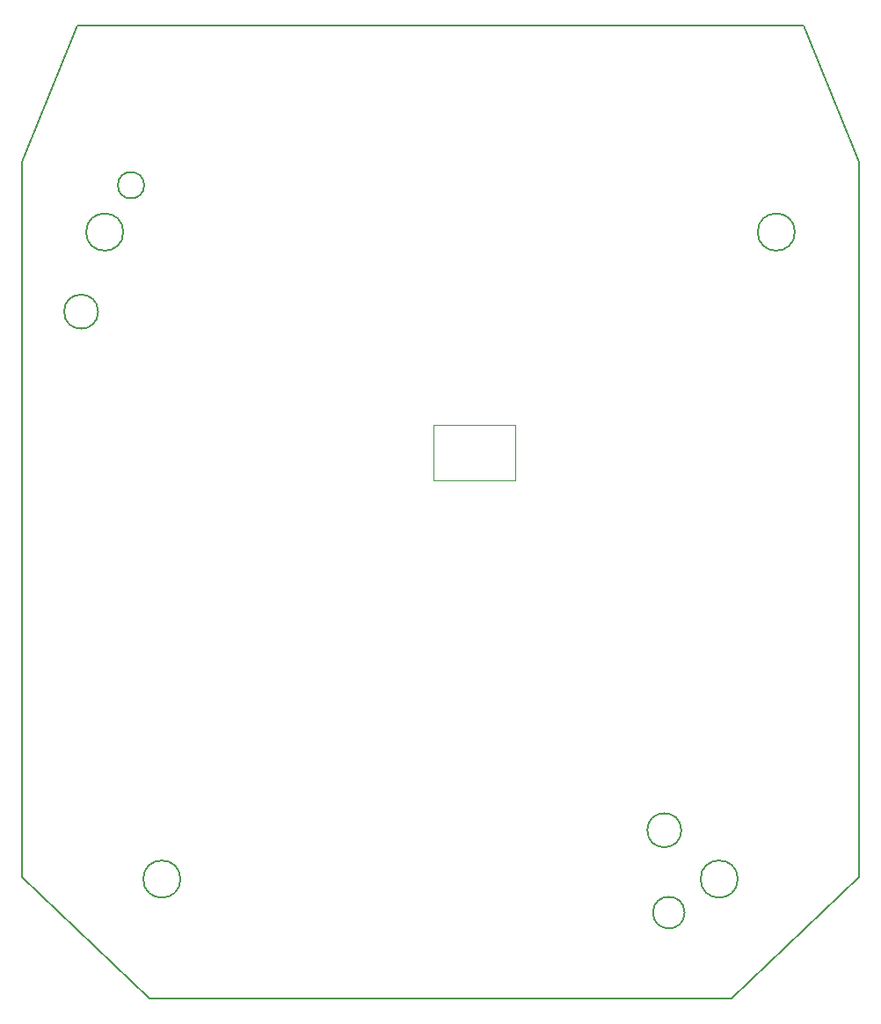
<source format=gbr>
%TF.GenerationSoftware,KiCad,Pcbnew,8.99.0-unknown-1.20241209git10cd458.fc40*%
%TF.CreationDate,2024-12-12T00:34:18-03:00*%
%TF.ProjectId,hw_v1,68775f76-312e-46b6-9963-61645f706362,rev?*%
%TF.SameCoordinates,Original*%
%TF.FileFunction,Profile,NP*%
%FSLAX46Y46*%
G04 Gerber Fmt 4.6, Leading zero omitted, Abs format (unit mm)*
G04 Created by KiCad (PCBNEW 8.99.0-unknown-1.20241209git10cd458.fc40) date 2024-12-12 00:34:18*
%MOMM*%
%LPD*%
G01*
G04 APERTURE LIST*
%TA.AperFunction,Profile*%
%ADD10C,0.200000*%
%TD*%
%TA.AperFunction,Profile*%
%ADD11C,0.120000*%
%TD*%
G04 APERTURE END LIST*
D10*
X136868457Y-123885809D02*
G75*
G02*
X133591857Y-123885809I-1638300J0D01*
G01*
X133591857Y-123885809D02*
G75*
G02*
X136868457Y-123885809I1638300J0D01*
G01*
X153970657Y-59554009D02*
X153972257Y-128396851D01*
X142304057Y-128584809D02*
G75*
G02*
X138722657Y-128584809I-1790700J0D01*
G01*
X138722657Y-128584809D02*
G75*
G02*
X142304057Y-128584809I1790700J0D01*
G01*
X85627253Y-140087909D02*
X141729261Y-140087909D01*
X137186857Y-131813109D02*
G75*
G02*
X134138857Y-131813109I-1524000J0D01*
G01*
X134138857Y-131813109D02*
G75*
G02*
X137186857Y-131813109I1524000J0D01*
G01*
X153972257Y-128396851D02*
X141729261Y-140087909D01*
X85142257Y-61810709D02*
G75*
G02*
X82602257Y-61810709I-1270000J0D01*
G01*
X82602257Y-61810709D02*
G75*
G02*
X85142257Y-61810709I1270000J0D01*
G01*
X73382657Y-59554009D02*
X73384257Y-128396851D01*
X73382657Y-59554009D02*
X78678557Y-46415509D01*
X78678557Y-46415509D02*
X148623957Y-46415509D01*
X147803156Y-66316709D02*
G75*
G02*
X144221756Y-66316709I-1790700J0D01*
G01*
X144221756Y-66316709D02*
G75*
G02*
X147803156Y-66316709I1790700J0D01*
G01*
X148623957Y-46415509D02*
X153970657Y-59554009D01*
X83134758Y-66316709D02*
G75*
G02*
X79553358Y-66316709I-1790700J0D01*
G01*
X79553358Y-66316709D02*
G75*
G02*
X83134758Y-66316709I1790700J0D01*
G01*
X85627253Y-140087909D02*
X73384257Y-128396851D01*
X88633857Y-128584809D02*
G75*
G02*
X85052457Y-128584809I-1790700J0D01*
G01*
X85052457Y-128584809D02*
G75*
G02*
X88633857Y-128584809I1790700J0D01*
G01*
X80709057Y-73974810D02*
G75*
G02*
X77432457Y-73974810I-1638300J0D01*
G01*
X77432457Y-73974810D02*
G75*
G02*
X80709057Y-73974810I1638300J0D01*
G01*
%TO.C,U4*%
D11*
X120876000Y-90210000D02*
X113002000Y-90210000D01*
X113002000Y-84876000D01*
X120876000Y-84876000D01*
X120876000Y-90210000D01*
%TD*%
M02*

</source>
